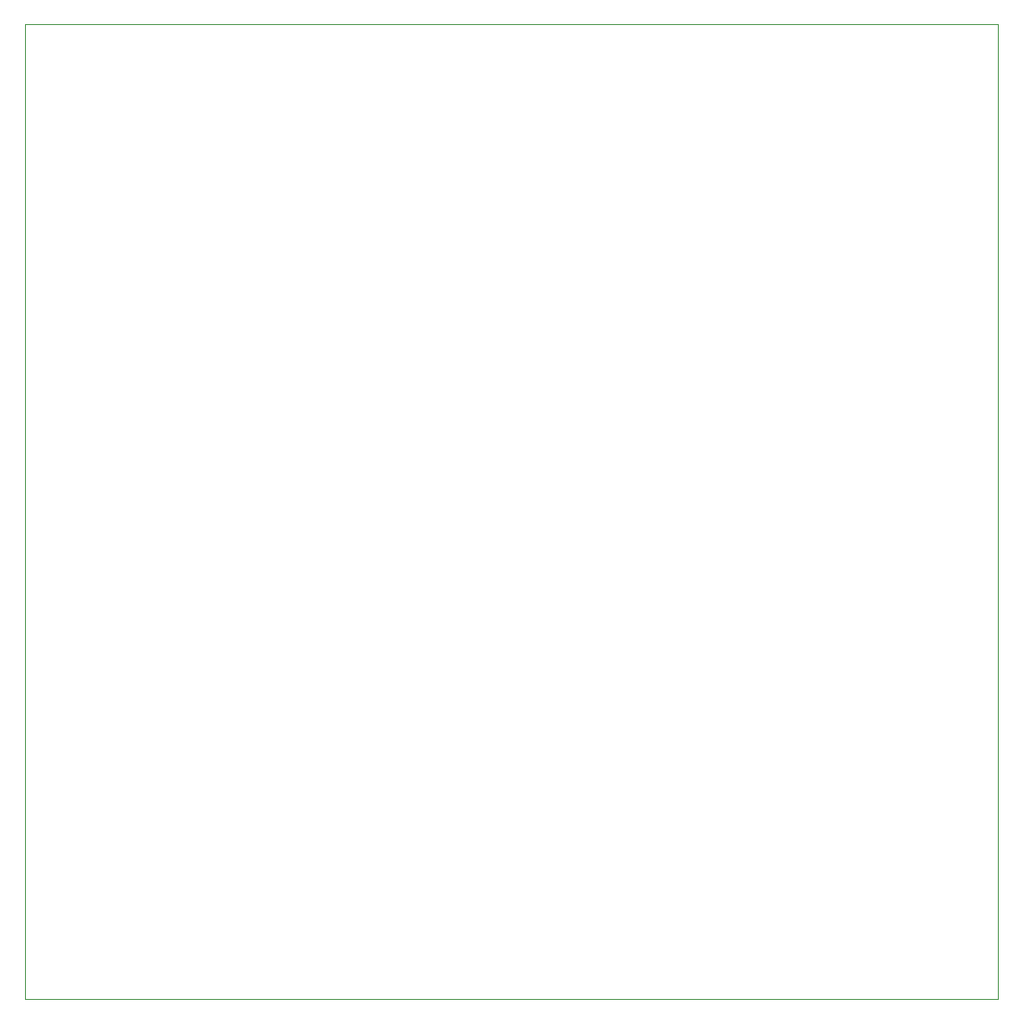
<source format=gbr>
%TF.GenerationSoftware,KiCad,Pcbnew,8.0.8*%
%TF.CreationDate,2025-03-09T21:38:22+09:00*%
%TF.ProjectId,panelized,70616e65-6c69-47a6-9564-2e6b69636164,rev?*%
%TF.SameCoordinates,Original*%
%TF.FileFunction,Profile,NP*%
%FSLAX46Y46*%
G04 Gerber Fmt 4.6, Leading zero omitted, Abs format (unit mm)*
G04 Created by KiCad (PCBNEW 8.0.8) date 2025-03-09 21:38:22*
%MOMM*%
%LPD*%
G01*
G04 APERTURE LIST*
%TA.AperFunction,Profile*%
%ADD10C,0.050000*%
%TD*%
G04 APERTURE END LIST*
D10*
X0Y0D02*
X92200000Y0D01*
X92200000Y-92400000D01*
X0Y-92400000D01*
X0Y0D01*
M02*

</source>
